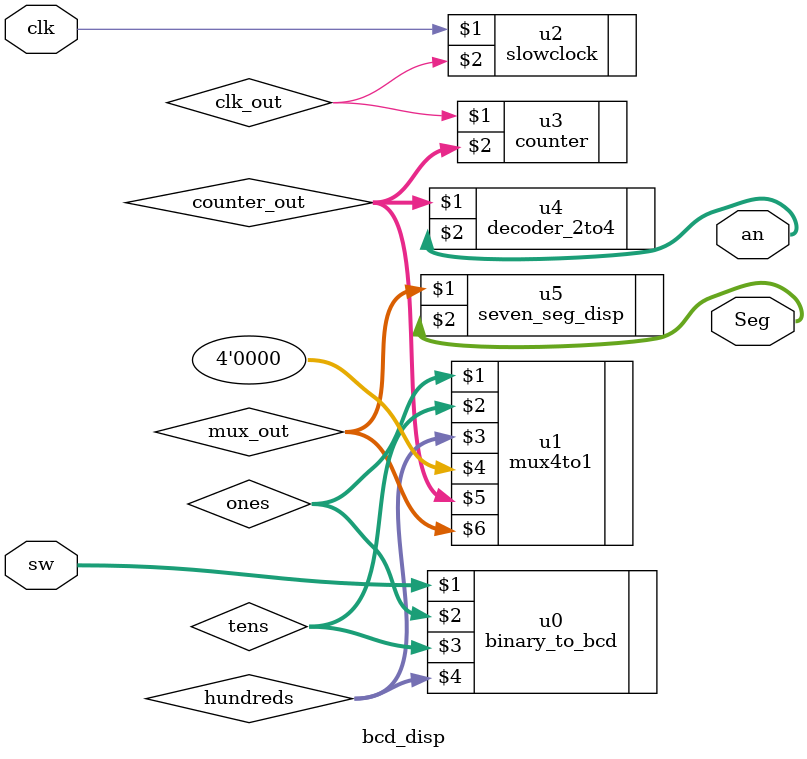
<source format=v>
`timescale 1ns / 1ps


module bcd_disp(
                input clk,
                input [7:0] sw,
                output [3:0] an,
                output [6:0] Seg);
                
       parameter zero = 4'b0000;
       wire clk_out;
       wire [3:0] mux_out;
       wire [1:0] counter_out;
       wire [3:0] ones, tens;
       wire [1:0] hundreds;
       
       binary_to_bcd u0 (sw, ones, tens, hundreds);
       
       mux4to1 u1 (ones, tens, hundreds, zero, counter_out, mux_out);
       
       slowclock u2 (clk, clk_out);
       
       counter u3 (clk_out, counter_out);
       
       decoder_2to4 u4 (counter_out, an);
       seven_seg_disp u5 (mux_out, Seg);
endmodule

</source>
